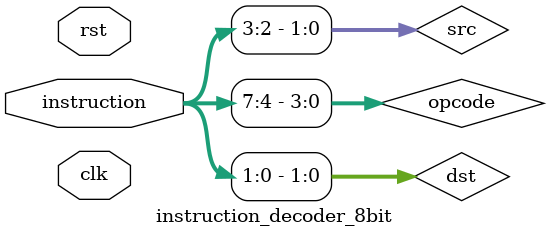
<source format=v>
module instruction_decoder_8bit (
    input  wire        clk,
    input  wire        rst,
    input  wire [7:0]  instruction
);

    
    reg [7:0] R0, R1, R2, R3;

  
    wire [3:0] opcode = instruction[7:4];
    wire [1:0] src    = instruction[3:2];
    wire [1:0] dst    = instruction[1:0];

    reg [7:0] src_data;
    reg [7:0] dst_data;
    reg [7:0] alu_out;

    always @(*) begin
        case (src)
            2'b00: src_data = R0;
            2'b01: src_data = R1;
            2'b10: src_data = R2;
            2'b11: src_data = R3;
        endcase
    end

    always @(*) begin
        case (dst)
            2'b00: dst_data = R0;
            2'b01: dst_data = R1;
            2'b10: dst_data = R2;
            2'b11: dst_data = R3;
        endcase
    end

    always @(*) begin
        case (opcode)
            4'h0: alu_out = dst_data + src_data;   // ADD
            4'h1: alu_out = dst_data - src_data;   // SUB
            4'h2: alu_out = dst_data & src_data;   // AND
            4'h3: alu_out = dst_data | src_data;   // OR
            4'h4: alu_out = dst_data ^ src_data;   // XOR
            4'h5: alu_out = ~dst_data;              // NOT
            4'h6: alu_out = dst_data << 1;          // SHL
            4'h7: alu_out = dst_data >> 1;          // SHR
            4'h8: alu_out = dst_data + 1;           // INC
            4'h9: alu_out = dst_data - 1;           // DEC
            4'hA: alu_out = src_data;               // MOV
            4'hB: alu_out = 8'h00;                  // CLR
            4'hC: alu_out = (dst_data == src_data); // CMP
            4'hD: alu_out = dst_data;               // NOP
            4'hE: alu_out = 8'hFF;                  // SET
            4'hF: alu_out = dst_data;               // RESERVED
        endcase
    end

 
    always @(posedge clk or posedge rst) begin
        if (rst) begin
            R0 <= 8'd0;
            R1 <= 8'd0;
            R2 <= 8'd0;
            R3 <= 8'd0;
        end else begin
            case (dst)
                2'b00: R0 <= alu_out;
                2'b01: R1 <= alu_out;
                2'b10: R2 <= alu_out;
                2'b11: R3 <= alu_out;
            endcase
        end
    end

endmodule

</source>
